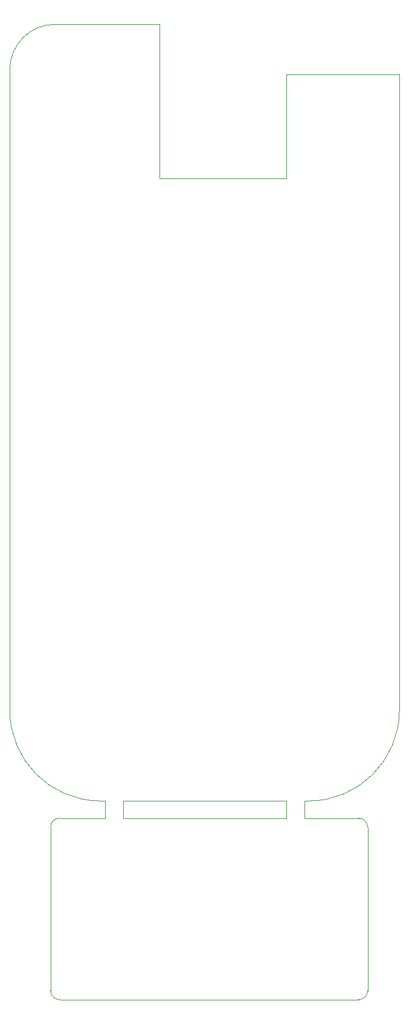
<source format=gbr>
G04 #@! TF.GenerationSoftware,KiCad,Pcbnew,(5.1.5)-3*
G04 #@! TF.CreationDate,2020-06-03T17:33:56-04:00*
G04 #@! TF.ProjectId,beaglesatella_cape,62656167-6c65-4736-9174-656c6c615f63,rev?*
G04 #@! TF.SameCoordinates,Original*
G04 #@! TF.FileFunction,Profile,NP*
%FSLAX46Y46*%
G04 Gerber Fmt 4.6, Leading zero omitted, Abs format (unit mm)*
G04 Created by KiCad (PCBNEW (5.1.5)-3) date 2020-06-03 17:33:56*
%MOMM*%
%LPD*%
G04 APERTURE LIST*
%ADD10C,0.002540*%
G04 APERTURE END LIST*
D10*
X155740100Y-151409400D02*
X156375100Y-151409400D01*
X155740100Y-153822400D02*
X155740100Y-151409400D01*
X127800100Y-151409400D02*
X127165100Y-151409400D01*
X127800100Y-153822400D02*
X127800100Y-151409400D01*
X127800100Y-153822400D02*
X121450100Y-153822400D01*
X155740100Y-153822400D02*
X163360100Y-153822400D01*
X130340100Y-153822400D02*
X153200100Y-153822400D01*
X153200100Y-153822400D02*
X153200100Y-151409400D01*
X130340100Y-153822400D02*
X130340100Y-151409400D01*
X164630100Y-155092400D02*
X164630100Y-177952400D01*
X163360100Y-153822400D02*
G75*
G02X164630100Y-155092400I0J-1270000D01*
G01*
X164630100Y-177952400D02*
G75*
G02X163360100Y-179222400I-1270000J0D01*
G01*
X121450100Y-179222400D02*
G75*
G02X120180100Y-177952400I0J1270000D01*
G01*
X120180100Y-155092400D02*
G75*
G02X121450100Y-153822400I1270000J0D01*
G01*
X120180100Y-155092400D02*
X120180100Y-177952400D01*
X163360100Y-179222400D02*
X121450100Y-179222400D01*
X114465100Y-138709400D02*
G75*
G03X127165100Y-151409400I12700000J0D01*
G01*
X156375100Y-151409400D02*
G75*
G03X169075100Y-138709400I0J12700000D01*
G01*
X120815100Y-42697400D02*
G75*
G03X114465100Y-49047400I0J-6350000D01*
G01*
X135420100Y-42697400D02*
X120815100Y-42697400D01*
X135420100Y-64287400D02*
X135420100Y-42697400D01*
X153200100Y-64287400D02*
X135420100Y-64287400D01*
X153200100Y-49682400D02*
X153200100Y-64287400D01*
X169075100Y-49682400D02*
X153200100Y-49682400D01*
X169075100Y-138709400D02*
X169075100Y-49682400D01*
X130340100Y-151409400D02*
X153200100Y-151409400D01*
X114465100Y-49047400D02*
X114465100Y-138709400D01*
M02*

</source>
